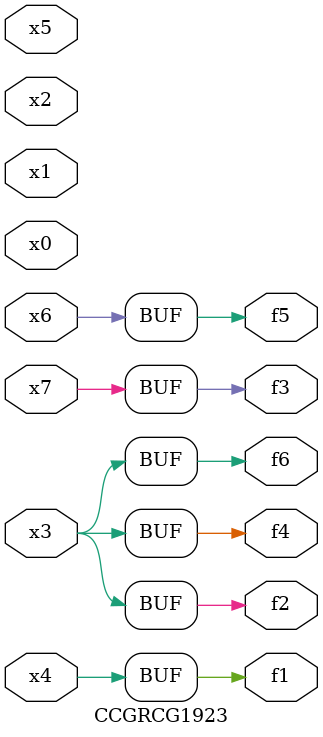
<source format=v>
module CCGRCG1923(
	input x0, x1, x2, x3, x4, x5, x6, x7,
	output f1, f2, f3, f4, f5, f6
);
	assign f1 = x4;
	assign f2 = x3;
	assign f3 = x7;
	assign f4 = x3;
	assign f5 = x6;
	assign f6 = x3;
endmodule

</source>
